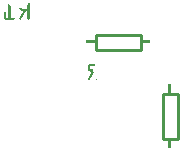
<source format=gbo>
G04 MADE WITH FRITZING*
G04 WWW.FRITZING.ORG*
G04 DOUBLE SIDED*
G04 HOLES PLATED*
G04 CONTOUR ON CENTER OF CONTOUR VECTOR*
%ASAXBY*%
%FSLAX23Y23*%
%MOIN*%
%OFA0B0*%
%SFA1.0B1.0*%
%ADD10C,0.010000*%
%ADD11R,0.001000X0.001000*%
%LNSILK0*%
G90*
G70*
G54D10*
X1222Y694D02*
X1372Y694D01*
D02*
X1372Y694D02*
X1372Y744D01*
D02*
X1372Y744D02*
X1222Y744D01*
D02*
X1222Y744D02*
X1222Y694D01*
D02*
X1445Y547D02*
X1445Y397D01*
D02*
X1445Y397D02*
X1495Y397D01*
D02*
X1495Y397D02*
X1495Y547D01*
D02*
X1495Y547D02*
X1445Y547D01*
G54D11*
X997Y847D02*
X1000Y847D01*
X930Y846D02*
X930Y846D01*
X997Y846D02*
X1000Y846D01*
X930Y845D02*
X931Y845D01*
X996Y845D02*
X1000Y845D01*
X930Y844D02*
X932Y844D01*
X995Y844D02*
X1000Y844D01*
X930Y843D02*
X933Y843D01*
X994Y843D02*
X1000Y843D01*
X930Y842D02*
X934Y842D01*
X993Y842D02*
X1000Y842D01*
X930Y841D02*
X935Y841D01*
X991Y841D02*
X1000Y841D01*
X930Y840D02*
X937Y840D01*
X994Y840D02*
X1000Y840D01*
X930Y839D02*
X937Y839D01*
X994Y839D02*
X1000Y839D01*
X930Y838D02*
X937Y838D01*
X994Y838D02*
X1000Y838D01*
X930Y837D02*
X937Y837D01*
X994Y837D02*
X1000Y837D01*
X930Y836D02*
X937Y836D01*
X994Y836D02*
X1000Y836D01*
X930Y835D02*
X937Y835D01*
X994Y835D02*
X1000Y835D01*
X930Y834D02*
X937Y834D01*
X994Y834D02*
X1000Y834D01*
X930Y833D02*
X937Y833D01*
X994Y833D02*
X1000Y833D01*
X930Y832D02*
X937Y832D01*
X971Y832D02*
X973Y832D01*
X994Y832D02*
X1000Y832D01*
X930Y831D02*
X937Y831D01*
X967Y831D02*
X974Y831D01*
X994Y831D02*
X1000Y831D01*
X930Y830D02*
X937Y830D01*
X968Y830D02*
X1000Y830D01*
X930Y829D02*
X937Y829D01*
X968Y829D02*
X1000Y829D01*
X930Y828D02*
X937Y828D01*
X969Y828D02*
X1000Y828D01*
X930Y827D02*
X937Y827D01*
X969Y827D02*
X1000Y827D01*
X930Y826D02*
X937Y826D01*
X970Y826D02*
X1000Y826D01*
X930Y825D02*
X937Y825D01*
X972Y825D02*
X1000Y825D01*
X930Y824D02*
X937Y824D01*
X973Y824D02*
X1000Y824D01*
X930Y823D02*
X937Y823D01*
X981Y823D02*
X989Y823D01*
X994Y823D02*
X1000Y823D01*
X930Y822D02*
X937Y822D01*
X981Y822D02*
X988Y822D01*
X994Y822D02*
X1000Y822D01*
X930Y821D02*
X937Y821D01*
X980Y821D02*
X987Y821D01*
X994Y821D02*
X1000Y821D01*
X930Y820D02*
X937Y820D01*
X980Y820D02*
X987Y820D01*
X994Y820D02*
X1000Y820D01*
X930Y819D02*
X937Y819D01*
X979Y819D02*
X986Y819D01*
X994Y819D02*
X1000Y819D01*
X919Y818D02*
X921Y818D01*
X930Y818D02*
X937Y818D01*
X978Y818D02*
X986Y818D01*
X994Y818D02*
X1000Y818D01*
X917Y817D02*
X922Y817D01*
X930Y817D02*
X937Y817D01*
X978Y817D02*
X985Y817D01*
X994Y817D02*
X1000Y817D01*
X917Y816D02*
X922Y816D01*
X930Y816D02*
X937Y816D01*
X977Y816D02*
X984Y816D01*
X994Y816D02*
X1000Y816D01*
X917Y815D02*
X923Y815D01*
X930Y815D02*
X937Y815D01*
X977Y815D02*
X984Y815D01*
X994Y815D02*
X1000Y815D01*
X917Y814D02*
X923Y814D01*
X930Y814D02*
X937Y814D01*
X976Y814D02*
X983Y814D01*
X994Y814D02*
X1000Y814D01*
X917Y813D02*
X923Y813D01*
X930Y813D02*
X937Y813D01*
X975Y813D02*
X983Y813D01*
X994Y813D02*
X1000Y813D01*
X917Y812D02*
X923Y812D01*
X930Y812D02*
X937Y812D01*
X975Y812D02*
X982Y812D01*
X994Y812D02*
X1000Y812D01*
X917Y811D02*
X923Y811D01*
X930Y811D02*
X937Y811D01*
X974Y811D02*
X982Y811D01*
X994Y811D02*
X1000Y811D01*
X917Y810D02*
X923Y810D01*
X930Y810D02*
X937Y810D01*
X974Y810D02*
X981Y810D01*
X994Y810D02*
X1000Y810D01*
X917Y809D02*
X923Y809D01*
X930Y809D02*
X937Y809D01*
X973Y809D02*
X980Y809D01*
X994Y809D02*
X1000Y809D01*
X917Y808D02*
X923Y808D01*
X930Y808D02*
X937Y808D01*
X973Y808D02*
X980Y808D01*
X994Y808D02*
X1000Y808D01*
X917Y807D02*
X923Y807D01*
X930Y807D02*
X937Y807D01*
X972Y807D02*
X979Y807D01*
X994Y807D02*
X1000Y807D01*
X917Y806D02*
X923Y806D01*
X930Y806D02*
X937Y806D01*
X971Y806D02*
X979Y806D01*
X994Y806D02*
X1000Y806D01*
X917Y805D02*
X923Y805D01*
X930Y805D02*
X937Y805D01*
X971Y805D02*
X978Y805D01*
X994Y805D02*
X1000Y805D01*
X917Y804D02*
X923Y804D01*
X930Y804D02*
X937Y804D01*
X970Y804D02*
X977Y804D01*
X994Y804D02*
X1000Y804D01*
X917Y803D02*
X923Y803D01*
X930Y803D02*
X937Y803D01*
X970Y803D02*
X977Y803D01*
X994Y803D02*
X1000Y803D01*
X917Y802D02*
X923Y802D01*
X930Y802D02*
X937Y802D01*
X969Y802D02*
X976Y802D01*
X994Y802D02*
X1000Y802D01*
X917Y801D02*
X923Y801D01*
X930Y801D02*
X937Y801D01*
X968Y801D02*
X976Y801D01*
X994Y801D02*
X1000Y801D01*
X917Y800D02*
X949Y800D01*
X968Y800D02*
X975Y800D01*
X994Y800D02*
X1000Y800D01*
X917Y799D02*
X950Y799D01*
X967Y799D02*
X975Y799D01*
X994Y799D02*
X1000Y799D01*
X917Y798D02*
X950Y798D01*
X967Y798D02*
X974Y798D01*
X994Y798D02*
X1000Y798D01*
X917Y797D02*
X950Y797D01*
X967Y797D02*
X973Y797D01*
X994Y797D02*
X1000Y797D01*
X917Y796D02*
X950Y796D01*
X967Y796D02*
X973Y796D01*
X995Y796D02*
X1000Y796D01*
X918Y795D02*
X949Y795D01*
X968Y795D02*
X972Y795D01*
X995Y795D02*
X1000Y795D01*
X919Y794D02*
X948Y794D01*
X969Y794D02*
X971Y794D01*
X997Y794D02*
X998Y794D01*
X1189Y725D02*
X1220Y725D01*
X1372Y725D02*
X1404Y725D01*
X1189Y724D02*
X1220Y724D01*
X1371Y724D02*
X1403Y724D01*
X1189Y723D02*
X1220Y723D01*
X1371Y723D02*
X1403Y723D01*
X1189Y722D02*
X1220Y722D01*
X1371Y722D02*
X1403Y722D01*
X1189Y721D02*
X1220Y721D01*
X1371Y721D02*
X1403Y721D01*
X1189Y720D02*
X1220Y720D01*
X1371Y720D02*
X1403Y720D01*
X1189Y719D02*
X1220Y719D01*
X1371Y719D02*
X1403Y719D01*
X1189Y718D02*
X1220Y718D01*
X1371Y718D02*
X1403Y718D01*
X1189Y717D02*
X1220Y717D01*
X1371Y717D02*
X1403Y717D01*
X1189Y716D02*
X1220Y716D01*
X1371Y716D02*
X1403Y716D01*
X1203Y645D02*
X1219Y645D01*
X1200Y644D02*
X1219Y644D01*
X1199Y643D02*
X1218Y643D01*
X1198Y642D02*
X1218Y642D01*
X1197Y641D02*
X1217Y641D01*
X1196Y640D02*
X1217Y640D01*
X1195Y639D02*
X1216Y639D01*
X1195Y638D02*
X1203Y638D01*
X1195Y637D02*
X1202Y637D01*
X1195Y636D02*
X1201Y636D01*
X1195Y635D02*
X1201Y635D01*
X1195Y634D02*
X1201Y634D01*
X1195Y633D02*
X1201Y633D01*
X1195Y632D02*
X1201Y632D01*
X1195Y631D02*
X1201Y631D01*
X1195Y630D02*
X1201Y630D01*
X1195Y629D02*
X1201Y629D01*
X1195Y628D02*
X1202Y628D01*
X1195Y627D02*
X1213Y627D01*
X1196Y626D02*
X1213Y626D01*
X1196Y625D02*
X1213Y625D01*
X1197Y624D02*
X1213Y624D01*
X1198Y623D02*
X1213Y623D01*
X1200Y622D02*
X1213Y622D01*
X1202Y621D02*
X1213Y621D01*
X1209Y620D02*
X1213Y620D01*
X1208Y619D02*
X1213Y619D01*
X1208Y618D02*
X1213Y618D01*
X1207Y617D02*
X1214Y617D01*
X1206Y616D02*
X1214Y616D01*
X1206Y615D02*
X1213Y615D01*
X1205Y614D02*
X1213Y614D01*
X1205Y613D02*
X1212Y613D01*
X1204Y612D02*
X1211Y612D01*
X1204Y611D02*
X1211Y611D01*
X1203Y610D02*
X1210Y610D01*
X1202Y609D02*
X1210Y609D01*
X1202Y608D02*
X1209Y608D01*
X1201Y607D02*
X1208Y607D01*
X1201Y606D02*
X1208Y606D01*
X1200Y605D02*
X1207Y605D01*
X1199Y604D02*
X1207Y604D01*
X1199Y603D02*
X1206Y603D01*
X1198Y602D02*
X1205Y602D01*
X1198Y601D02*
X1205Y601D01*
X1197Y600D02*
X1204Y600D01*
X1197Y599D02*
X1204Y599D01*
X1196Y598D02*
X1203Y598D01*
X1195Y597D02*
X1203Y597D01*
X1195Y596D02*
X1202Y596D01*
X1222Y596D02*
X1222Y596D01*
X1195Y595D02*
X1201Y595D01*
X1222Y595D02*
X1223Y595D01*
X1195Y594D02*
X1201Y594D01*
X1222Y594D02*
X1224Y594D01*
X1195Y593D02*
X1200Y593D01*
X1223Y593D02*
X1225Y593D01*
X1196Y592D02*
X1199Y592D01*
X1223Y592D02*
X1226Y592D01*
X1464Y580D02*
X1465Y580D01*
X1472Y580D02*
X1473Y580D01*
X1464Y579D02*
X1473Y579D01*
X1464Y578D02*
X1473Y578D01*
X1464Y577D02*
X1473Y577D01*
X1464Y576D02*
X1473Y576D01*
X1464Y575D02*
X1473Y575D01*
X1464Y574D02*
X1473Y574D01*
X1464Y573D02*
X1473Y573D01*
X1464Y572D02*
X1473Y572D01*
X1464Y571D02*
X1473Y571D01*
X1464Y570D02*
X1473Y570D01*
X1464Y569D02*
X1473Y569D01*
X1464Y568D02*
X1473Y568D01*
X1464Y567D02*
X1473Y567D01*
X1464Y566D02*
X1473Y566D01*
X1464Y565D02*
X1473Y565D01*
X1464Y564D02*
X1473Y564D01*
X1464Y563D02*
X1473Y563D01*
X1464Y562D02*
X1473Y562D01*
X1464Y561D02*
X1473Y561D01*
X1464Y560D02*
X1473Y560D01*
X1464Y559D02*
X1473Y559D01*
X1464Y558D02*
X1473Y558D01*
X1464Y557D02*
X1473Y557D01*
X1464Y556D02*
X1473Y556D01*
X1464Y555D02*
X1473Y555D01*
X1464Y554D02*
X1473Y554D01*
X1464Y553D02*
X1473Y553D01*
X1464Y552D02*
X1473Y552D01*
X1464Y551D02*
X1473Y551D01*
X1464Y550D02*
X1473Y550D01*
X1464Y549D02*
X1473Y549D01*
X1465Y548D02*
X1473Y548D01*
X1464Y397D02*
X1473Y397D01*
X1464Y396D02*
X1473Y396D01*
X1464Y395D02*
X1473Y395D01*
X1464Y394D02*
X1473Y394D01*
X1464Y393D02*
X1473Y393D01*
X1464Y392D02*
X1473Y392D01*
X1464Y391D02*
X1473Y391D01*
X1464Y390D02*
X1473Y390D01*
X1464Y389D02*
X1473Y389D01*
X1464Y388D02*
X1473Y388D01*
X1464Y387D02*
X1473Y387D01*
X1464Y386D02*
X1473Y386D01*
X1464Y385D02*
X1473Y385D01*
X1464Y384D02*
X1473Y384D01*
X1464Y383D02*
X1473Y383D01*
X1464Y382D02*
X1473Y382D01*
X1464Y381D02*
X1473Y381D01*
X1464Y380D02*
X1473Y380D01*
X1464Y379D02*
X1473Y379D01*
X1464Y378D02*
X1473Y378D01*
X1464Y377D02*
X1473Y377D01*
X1464Y376D02*
X1473Y376D01*
X1464Y375D02*
X1473Y375D01*
X1464Y374D02*
X1473Y374D01*
X1464Y373D02*
X1473Y373D01*
X1464Y372D02*
X1473Y372D01*
X1464Y371D02*
X1473Y371D01*
X1464Y370D02*
X1473Y370D01*
X1464Y369D02*
X1473Y369D01*
X1464Y368D02*
X1473Y368D01*
X1464Y367D02*
X1473Y367D01*
X1464Y366D02*
X1473Y366D01*
X1464Y365D02*
X1473Y365D01*
D02*
G04 End of Silk0*
M02*
</source>
